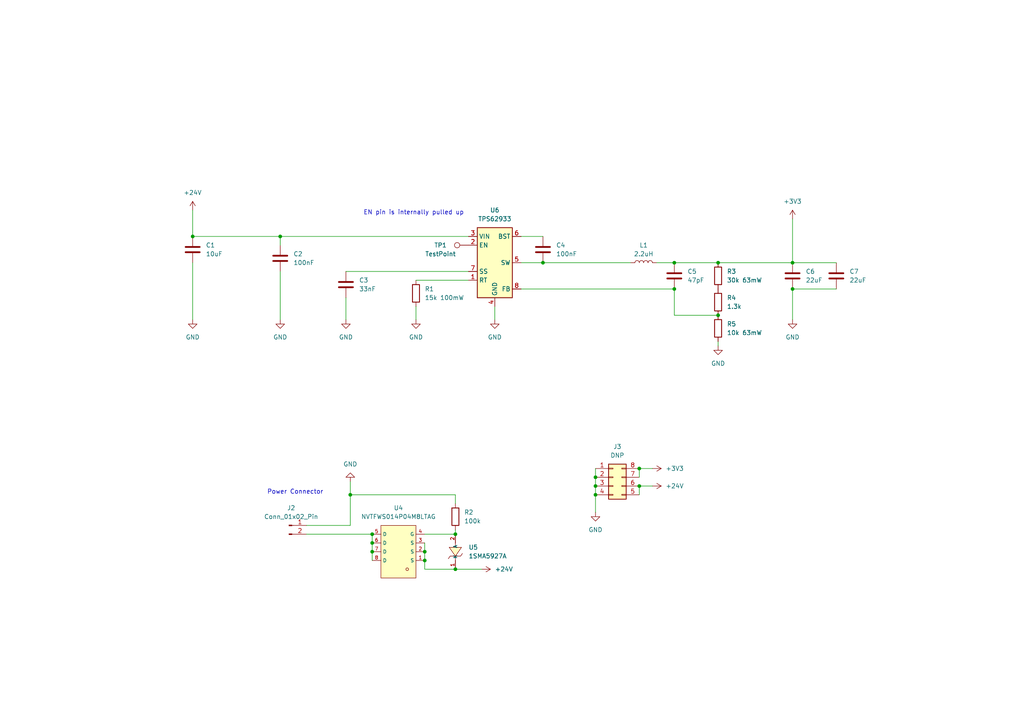
<source format=kicad_sch>
(kicad_sch (version 20231120) (generator "eeschema") (generator_version "8.0")
  (paper "A4")
  (lib_symbols
    (symbol "Connector:TestPoint" (pin_numbers hide) (pin_names (offset 0.762) hide)
      (property "Reference" "TP" (at 0 6.858 0))
      (property "Value" "TestPoint" (at 0 5.08 0))
      (symbol "TestPoint_0_1"
        (circle (center 0 3.302) (radius 0.762))
      )
      (symbol "TestPoint_1_1"
        (pin passive line (at 0 0 90) (length 2.54) (name "1") (number "1"))
      )
    )
    (symbol "Endstufe:+24V" (power) (pin_names (offset 0))
      (property "Value" "+24V" (at 0 3.556 0))
      (symbol "+24V_0_1"
        (polyline (pts (xy -0.762 1.27) (xy 0 2.54)))
        (polyline (pts (xy 0 0) (xy 0 2.54)))
        (polyline (pts (xy 0 2.54) (xy 0.762 1.27)))
      )
      (symbol "+24V_1_1"
        (pin power_in line (at 0 0 90) (length 0) hide (name "+24V") (number "1"))
      )
    )
    (symbol "Endstufe:+3V3" (power) (pin_names (offset 0))
      (property "Value" "+3V3" (at 0 3.556 0))
      (symbol "+3V3_0_1"
        (polyline (pts (xy -0.762 1.27) (xy 0 2.54)))
        (polyline (pts (xy 0 0) (xy 0 2.54)))
        (polyline (pts (xy 0 2.54) (xy 0.762 1.27)))
      )
      (symbol "+3V3_1_1"
        (pin power_in line (at 0 0 90) (length 0) hide (name "+3V3") (number "1"))
      )
    )
    (symbol "Endstufe:1SMA5927A"
      (property "Reference" "U" (at 0 1.27 0))
      (property "Value" "1SMA5927A" (at 0 -2.54 0))
      (symbol "1SMA5927A_0_1"
        (polyline (pts (xy -1.27 0) (xy -2.54 0)))
        (polyline (pts (xy 2.54 0) (xy 1.27 0)))
        (polyline (pts (xy -2.032 2.032) (xy -1.27 1.524) (xy -1.27 -1.524) (xy -0.508 -2.032)))
        (polyline (pts (xy 1.27 1.778) (xy -1.27 0) (xy 1.27 -1.778) (xy 1.27 1.778)) (fill (type background)))
        (pin unspecified line (at -5.08 0 0) (length 2.54) (name "K") (number "1"))
        (pin unspecified line (at 5.08 0 180) (length 2.54) (name "A") (number "2"))
      )
    )
    (symbol "Endstufe:C" (pin_numbers hide) (pin_names (offset 0.254))
      (property "Reference" "C" (at 0.635 2.54 0))
      (property "Value" "C" (at 0.635 -2.54 0))
      (symbol "C_0_1"
        (polyline (pts (xy -2.032 -0.762) (xy 2.032 -0.762)) (stroke (width 0.508)))
        (polyline (pts (xy -2.032 0.762) (xy 2.032 0.762)) (stroke (width 0.508)))
      )
      (symbol "C_1_1"
        (pin passive line (at 0 3.81 270) (length 2.794) (name "~") (number "1"))
        (pin passive line (at 0 -3.81 90) (length 2.794) (name "~") (number "2"))
      )
    )
    (symbol "Endstufe:Conn_01x02_Pin" (pin_names (offset 1.016) hide)
      (property "Reference" "J" (at 0 2.54 0))
      (property "Value" "Conn_01x02_Pin" (at 0 -5.08 0))
      (symbol "Conn_01x02_Pin_1_1"
        (polyline (pts (xy 1.27 -2.54) (xy 0.8636 -2.54)) (stroke (width 0.1524)))
        (polyline (pts (xy 1.27 0) (xy 0.8636 0)) (stroke (width 0.1524)))
        (rectangle (start 0.8636 -2.413) (end 0 -2.667) (stroke (width 0.1524)) (fill (type outline)))
        (rectangle (start 0.8636 0.127) (end 0 -0.127) (stroke (width 0.1524)) (fill (type outline)))
        (pin passive line (at 5.08 0 180) (length 3.81) (name "Pin_1") (number "1"))
        (pin passive line (at 5.08 -2.54 180) (length 3.81) (name "Pin_2") (number "2"))
      )
    )
    (symbol "Endstufe:Conn_02x04_Counter_Clockwise" (pin_names (offset 1.016) hide)
      (property "Reference" "J" (at 1.27 5.08 0))
      (property "Value" "Conn_02x04_Counter_Clockwise" (at 1.27 -7.62 0))
      (symbol "Conn_02x04_Counter_Clockwise_1_1"
        (rectangle (start -1.27 -4.953) (end 0 -5.207) (stroke (width 0.1524)))
        (rectangle (start -1.27 -2.413) (end 0 -2.667) (stroke (width 0.1524)))
        (rectangle (start -1.27 0.127) (end 0 -0.127) (stroke (width 0.1524)))
        (rectangle (start -1.27 2.667) (end 0 2.413) (stroke (width 0.1524)))
        (rectangle (start -1.27 3.81) (end 3.81 -6.35) (stroke (width 0.254)) (fill (type background)))
        (rectangle (start 3.81 -4.953) (end 2.54 -5.207) (stroke (width 0.1524)))
        (rectangle (start 3.81 -2.413) (end 2.54 -2.667) (stroke (width 0.1524)))
        (rectangle (start 3.81 0.127) (end 2.54 -0.127) (stroke (width 0.1524)))
        (rectangle (start 3.81 2.667) (end 2.54 2.413) (stroke (width 0.1524)))
        (pin passive line (at -5.08 2.54 0) (length 3.81) (name "Pin_1") (number "1"))
        (pin passive line (at -5.08 0 0) (length 3.81) (name "Pin_2") (number "2"))
        (pin passive line (at -5.08 -2.54 0) (length 3.81) (name "Pin_3") (number "3"))
        (pin passive line (at -5.08 -5.08 0) (length 3.81) (name "Pin_4") (number "4"))
        (pin passive line (at 7.62 -5.08 180) (length 3.81) (name "Pin_5") (number "5"))
        (pin passive line (at 7.62 -2.54 180) (length 3.81) (name "Pin_6") (number "6"))
        (pin passive line (at 7.62 0 180) (length 3.81) (name "Pin_7") (number "7"))
        (pin passive line (at 7.62 2.54 180) (length 3.81) (name "Pin_8") (number "8"))
      )
    )
    (symbol "Endstufe:GND" (power) (pin_names (offset 0))
      (property "Value" "GND" (at 0 -3.81 0))
      (symbol "GND_0_1"
        (polyline (pts (xy 0 0) (xy 0 -1.27) (xy 1.27 -1.27) (xy 0 -2.54) (xy -1.27 -1.27) (xy 0 -1.27)))
      )
      (symbol "GND_1_1"
        (pin power_in line (at 0 0 270) (length 0) hide (name "GND") (number "1"))
      )
    )
    (symbol "Endstufe:L" (pin_numbers hide) (pin_names (offset 1.016) hide)
      (property "Reference" "L" (at -1.27 0 90))
      (property "Value" "L" (at 1.905 0 90))
      (symbol "L_0_1"
        (arc (start 0 -2.54) (mid 0.6323 -1.905) (end 0 -1.27))
        (arc (start 0 -1.27) (mid 0.6323 -0.635) (end 0 0))
        (arc (start 0 0) (mid 0.6323 0.635) (end 0 1.27))
        (arc (start 0 1.27) (mid 0.6323 1.905) (end 0 2.54))
      )
      (symbol "L_1_1"
        (pin passive line (at 0 3.81 270) (length 1.27) (name "1") (number "1"))
        (pin passive line (at 0 -3.81 90) (length 1.27) (name "2") (number "2"))
      )
    )
    (symbol "Endstufe:NVTFWS014P04M8LTAG"
      (property "Reference" "U" (at 0 1.27 0))
      (property "Value" "NVTFWS014P04M8LTAG" (at 0.254 -9.144 0))
      (symbol "NVTFWS014P04M8LTAG_0_1"
        (rectangle (start -5.08 7.62) (end 5.08 -7.62) (fill (type background)))
        (circle (center -2.54 5.08) (radius 0.381) (fill (type background)))
        (pin unspecified line (at -7.62 2.54 0) (length 2.54) (name "S") (number "1"))
        (pin unspecified line (at -7.62 0 0) (length 2.54) (name "S") (number "2"))
        (pin unspecified line (at -7.62 -2.54 0) (length 2.54) (name "S") (number "3"))
        (pin unspecified line (at -7.62 -5.08 0) (length 2.54) (name "G") (number "4"))
        (pin unspecified line (at 7.62 -5.08 180) (length 2.54) (name "D") (number "5"))
        (pin unspecified line (at 7.62 -2.54 180) (length 2.54) (name "D") (number "6"))
        (pin unspecified line (at 7.62 0 180) (length 2.54) (name "D") (number "7"))
        (pin unspecified line (at 7.62 2.54 180) (length 2.54) (name "D") (number "8"))
      )
    )
    (symbol "Endstufe:R" (pin_numbers hide) (pin_names (offset 0))
      (property "Reference" "R" (at 2.032 0 90))
      (property "Value" "R" (at 0 0 90))
      (symbol "R_0_1"
        (rectangle (start -1.016 -2.54) (end 1.016 2.54) (stroke (width 0.254)))
      )
      (symbol "R_1_1"
        (pin passive line (at 0 3.81 270) (length 1.27) (name "~") (number "1"))
        (pin passive line (at 0 -3.81 90) (length 1.27) (name "~") (number "2"))
      )
    )
    (symbol "Endstufe:TPS62933"
      (property "Reference" "U" (at 0 13.97 0))
      (property "Value" "TPS62933" (at 0 11.43 0))
      (symbol "TPS62933_0_1"
        (rectangle (start -5.08 10.16) (end 5.08 -10.16) (stroke (width 0.254)) (fill (type background)))
      )
      (symbol "TPS62933_1_1"
        (pin passive line (at -7.62 -5.08 0) (length 2.54) (name "RT") (number "1"))
        (pin input line (at -7.62 5.08 0) (length 2.54) (name "EN") (number "2"))
        (pin power_in line (at -7.62 7.62 0) (length 2.54) (name "VIN") (number "3"))
        (pin power_in line (at 0 -12.7 90) (length 2.54) (name "GND") (number "4"))
        (pin output line (at 7.62 0 180) (length 2.54) (name "SW") (number "5"))
        (pin passive line (at 7.62 7.62 180) (length 2.54) (name "BST") (number "6"))
        (pin passive line (at -7.62 -2.54 0) (length 2.54) (name "SS") (number "7"))
        (pin input line (at 7.62 -7.62 180) (length 2.54) (name "FB") (number "8"))
      )
    )
  )
  (junction (at 195.58 83.82))
  (junction (at 185.42 135.89))
  (junction (at 107.95 157.48))
  (junction (at 107.95 154.94))
  (junction (at 132.08 165.1))
  (junction (at 101.6 143.51))
  (junction (at 123.19 160.02))
  (junction (at 172.72 143.51))
  (junction (at 81.28 68.58))
  (junction (at 229.87 76.2))
  (junction (at 132.08 154.94))
  (junction (at 229.87 83.82))
  (junction (at 208.28 91.44))
  (junction (at 185.42 140.97))
  (junction (at 123.19 162.56))
  (junction (at 195.58 76.2))
  (junction (at 55.88 68.58))
  (junction (at 107.95 160.02))
  (junction (at 172.72 138.43))
  (junction (at 172.72 140.97))
  (junction (at 157.48 76.2))
  (junction (at 208.28 76.2))
  (wire (pts (xy 182.88 76.2) (xy 157.48 76.2)))
  (wire (pts (xy 101.6 143.51) (xy 101.6 139.7)))
  (wire (pts (xy 55.88 68.58) (xy 81.28 68.58)))
  (wire (pts (xy 172.72 138.43) (xy 172.72 140.97)))
  (wire (pts (xy 189.23 140.97) (xy 185.42 140.97)))
  (wire (pts (xy 132.08 146.05) (xy 132.08 143.51)))
  (wire (pts (xy 229.87 92.71) (xy 229.87 83.82)))
  (wire (pts (xy 185.42 140.97) (xy 185.42 143.51)))
  (wire (pts (xy 101.6 152.4) (xy 101.6 143.51)))
  (wire (pts (xy 107.95 160.02) (xy 107.95 162.56)))
  (wire (pts (xy 229.87 63.5) (xy 229.87 76.2)))
  (wire (pts (xy 107.95 154.94) (xy 107.95 157.48)))
  (wire (pts (xy 123.19 157.48) (xy 123.19 160.02)))
  (wire (pts (xy 123.19 160.02) (xy 123.19 162.56)))
  (wire (pts (xy 123.19 154.94) (xy 132.08 154.94)))
  (wire (pts (xy 132.08 165.1) (xy 123.19 165.1)))
  (wire (pts (xy 195.58 91.44) (xy 208.28 91.44)))
  (wire (pts (xy 100.33 78.74) (xy 135.89 78.74)))
  (wire (pts (xy 143.51 92.71) (xy 143.51 88.9)))
  (wire (pts (xy 208.28 100.33) (xy 208.28 99.06)))
  (wire (pts (xy 172.72 143.51) (xy 172.72 148.59)))
  (wire (pts (xy 139.7 165.1) (xy 132.08 165.1)))
  (wire (pts (xy 229.87 83.82) (xy 242.57 83.82)))
  (wire (pts (xy 132.08 153.67) (xy 132.08 154.94)))
  (wire (pts (xy 172.72 140.97) (xy 172.72 143.51)))
  (wire (pts (xy 123.19 165.1) (xy 123.19 162.56)))
  (wire (pts (xy 157.48 68.58) (xy 151.13 68.58)))
  (wire (pts (xy 229.87 76.2) (xy 242.57 76.2)))
  (wire (pts (xy 172.72 135.89) (xy 172.72 138.43)))
  (wire (pts (xy 185.42 135.89) (xy 185.42 138.43)))
  (wire (pts (xy 120.65 92.71) (xy 120.65 88.9)))
  (wire (pts (xy 189.23 135.89) (xy 185.42 135.89)))
  (wire (pts (xy 88.9 154.94) (xy 107.95 154.94)))
  (wire (pts (xy 100.33 92.71) (xy 100.33 86.36)))
  (wire (pts (xy 55.88 92.71) (xy 55.88 76.2)))
  (wire (pts (xy 157.48 76.2) (xy 151.13 76.2)))
  (wire (pts (xy 81.28 68.58) (xy 81.28 71.12)))
  (wire (pts (xy 195.58 76.2) (xy 208.28 76.2)))
  (wire (pts (xy 107.95 157.48) (xy 107.95 160.02)))
  (wire (pts (xy 195.58 91.44) (xy 195.58 83.82)))
  (wire (pts (xy 81.28 68.58) (xy 135.89 68.58)))
  (wire (pts (xy 208.28 76.2) (xy 229.87 76.2)))
  (wire (pts (xy 81.28 92.71) (xy 81.28 78.74)))
  (wire (pts (xy 55.88 60.96) (xy 55.88 68.58)))
  (wire (pts (xy 88.9 152.4) (xy 101.6 152.4)))
  (wire (pts (xy 195.58 76.2) (xy 190.5 76.2)))
  (wire (pts (xy 120.65 81.28) (xy 135.89 81.28)))
  (wire (pts (xy 151.13 83.82) (xy 195.58 83.82)))
  (wire (pts (xy 132.08 143.51) (xy 101.6 143.51)))
  (text "Power Connector" (at 77.47 143.51 0) (effects (font (size 1.27 1.27)) (justify left bottom)))
  (text "EN pin is internally pulled up" (at 105.41 62.484 0) (effects (font (size 1.27 1.27)) (justify left bottom)))
  (symbol (lib_id "Endstufe:GND") (at 81.28 92.71 0) (unit 1)
    (property "Reference" "#PWR07" (effects (hide yes)))
    (property "Value" "GND" (at 81.28 97.79 0))
  )
  (symbol (lib_id "Endstufe:R") (at 208.28 95.25 0) (unit 1)
    (property "Reference" "R5" (at 210.82 93.98 0) (effects (justify left)))
    (property "Value" "10k 63mW" (at 210.82 96.52 0) (effects (justify left)))
    (property "Footprint" "Endstufe:R_0402_1005Metric" (effects (hide yes)))
    (property "LCSC Part #" "C25744" (effects (hide yes)))
  )
  (symbol (lib_id "Endstufe:Conn_02x04_Counter_Clockwise") (at 177.8 138.43 0) (unit 1)
    (property "Reference" "J3" (at 179.07 129.54 0))
    (property "Value" "DNP" (at 179.07 132.08 0))
    (property "Footprint" "Endstufe:PinHeader_2x04_P2.54mm_Vertical" (effects (hide yes)))
    (property "LCSC Part #" "-" (effects (hide yes)))
  )
  (symbol (lib_id "Endstufe:GND") (at 100.33 92.71 0) (unit 1)
    (property "Reference" "#PWR08" (effects (hide yes)))
    (property "Value" "GND" (at 100.33 97.79 0))
  )
  (symbol (lib_id "Endstufe:C") (at 81.28 74.93 0) (unit 1)
    (property "Reference" "C2" (at 85.09 73.66 0) (effects (justify left)))
    (property "Value" "100nF" (at 85.09 76.2 0) (effects (justify left)))
    (property "Footprint" "Endstufe:C_0402_1005Metric" (effects (hide yes)))
    (property "LCSC Part #" "C307331" (effects (hide yes)))
  )
  (symbol (lib_id "Endstufe:Conn_01x02_Pin") (at 83.82 152.4 0) (unit 1)
    (property "Reference" "J2" (at 84.455 147.32 0))
    (property "Value" "Conn_01x02_Pin" (at 84.455 149.86 0))
    (property "Footprint" "Endstufe:Molex_Sabre_43160-1102_1x02_P7.49mm_Horizontal" (effects (hide yes)))
    (property "LCSC Part #" "-" (effects (hide yes)))
  )
  (symbol (lib_id "Endstufe:GND") (at 229.87 92.71 0) (unit 1)
    (property "Reference" "#PWR018" (effects (hide yes)))
    (property "Value" "GND" (at 229.87 97.79 0))
  )
  (symbol (lib_id "Endstufe:GND") (at 101.6 139.7 180) (unit 1)
    (property "Reference" "#PWR09" (effects (hide yes)))
    (property "Value" "GND" (at 101.6 134.62 0))
  )
  (symbol (lib_id "Endstufe:C") (at 55.88 72.39 0) (unit 1)
    (property "Reference" "C1" (at 59.69 71.12 0) (effects (justify left)))
    (property "Value" "10uF" (at 59.69 73.66 0) (effects (justify left)))
    (property "Footprint" "Endstufe:C_0805_2012Metric" (effects (hide yes)))
    (property "LCSC Part #" "C440198" (effects (hide yes)))
  )
  (symbol (lib_id "Endstufe:GND") (at 208.28 100.33 0) (unit 1)
    (property "Reference" "#PWR016" (effects (hide yes)))
    (property "Value" "GND" (at 208.28 105.41 0))
  )
  (symbol (lib_id "Endstufe:R") (at 208.28 80.01 0) (unit 1)
    (property "Reference" "R3" (at 210.82 78.74 0) (effects (justify left)))
    (property "Value" "30k 63mW" (at 210.82 81.28 0) (effects (justify left)))
    (property "Footprint" "Endstufe:R_0402_1005Metric" (effects (hide yes)))
    (property "LCSC Part #" "C2961363" (effects (hide yes)))
  )
  (symbol (lib_id "Endstufe:C") (at 157.48 72.39 0) (unit 1)
    (property "Reference" "C4" (at 161.29 71.12 0) (effects (justify left)))
    (property "Value" "100nF" (at 161.29 73.66 0) (effects (justify left)))
    (property "Footprint" "Endstufe:C_0402_1005Metric" (effects (hide yes)))
    (property "LCSC Part #" "C307331" (effects (hide yes)))
  )
  (symbol (lib_id "Endstufe:C") (at 242.57 80.01 0) (unit 1)
    (property "Reference" "C7" (at 246.38 78.74 0) (effects (justify left)))
    (property "Value" "22uF" (at 246.38 81.28 0) (effects (justify left)))
    (property "Footprint" "Endstufe:C_0603_1608Metric" (effects (hide yes)))
    (property "LCSC Part #" "C59461" (effects (hide yes)))
  )
  (symbol (lib_id "Endstufe:GND") (at 55.88 92.71 0) (unit 1)
    (property "Reference" "#PWR06" (effects (hide yes)))
    (property "Value" "GND" (at 55.88 97.79 0))
  )
  (symbol (lib_id "Endstufe:C") (at 229.87 80.01 0) (unit 1)
    (property "Reference" "C6" (at 233.68 78.74 0) (effects (justify left)))
    (property "Value" "22uF" (at 233.68 81.28 0) (effects (justify left)))
    (property "Footprint" "Endstufe:C_0603_1608Metric" (effects (hide yes)))
    (property "LCSC Part #" "C59461" (effects (hide yes)))
  )
  (symbol (lib_id "Endstufe:+24V") (at 139.7 165.1 270) (unit 1)
    (property "Reference" "#PWR011" (effects (hide yes)))
    (property "Value" "+24V" (at 143.51 165.0999 90) (effects (justify left)))
  )
  (symbol (lib_id "Endstufe:+3V3") (at 229.87 63.5 0) (unit 1)
    (property "Reference" "#PWR017" (effects (hide yes)))
    (property "Value" "+3V3" (at 229.87 58.42 0))
  )
  (symbol (lib_id "Endstufe:C") (at 100.33 82.55 0) (unit 1)
    (property "Reference" "C3" (at 104.14 81.28 0) (effects (justify left)))
    (property "Value" "33nF" (at 104.14 83.82 0) (effects (justify left)))
    (property "Footprint" "Endstufe:C_0402_1005Metric" (effects (hide yes)))
    (property "LCSC Part #" "C106862" (effects (hide yes)))
  )
  (symbol (lib_id "Connector:TestPoint") (at 135.89 71.12 90) (unit 1)
    (property "Reference" "TP1" (at 127.762 71.12 90))
    (property "Value" "TestPoint" (at 127.762 73.66 90))
    (property "Description" "test point" (effects (hide yes)))
  )
  (symbol (lib_id "Endstufe:GND") (at 143.51 92.71 0) (unit 1)
    (property "Reference" "#PWR012" (effects (hide yes)))
    (property "Value" "GND" (at 143.51 97.79 0))
  )
  (symbol (lib_id "Endstufe:+3V3") (at 189.23 135.89 270) (unit 1)
    (property "Reference" "#PWR014" (effects (hide yes)))
    (property "Value" "+3V3" (at 193.04 135.89 90) (effects (justify left)))
  )
  (symbol (lib_id "Endstufe:R") (at 208.28 87.63 0) (unit 1)
    (property "Reference" "R4" (at 210.82 86.36 0) (effects (justify left)))
    (property "Value" "1.3k" (at 210.82 88.9 0) (effects (justify left)))
    (property "Footprint" "Endstufe:R_0402_1005Metric" (effects (hide yes)))
    (property "LCSC Part #" "C445599" (effects (hide yes)))
  )
  (symbol (lib_id "Endstufe:NVTFWS014P04M8LTAG") (at 115.57 160.02 180) (unit 1)
    (property "Reference" "U4" (at 115.57 147.32 0))
    (property "Value" "NVTFWS014P04M8LTAG" (at 115.57 149.86 0))
    (property "Footprint" "Endstufe:POWERPAK-1212-8_L3.1-W3.1-P0.65-LS3.3-BL-SIS402DN-T1-GE3" (effects (hide yes)))
    (property "Datasheet" "https://atta.szlcsc.com/upload/public/pdf/source/20130809/1457706634054.pdf" (effects (hide yes)))
    (property "LCSC" "C900554" (effects (hide yes)))
  )
  (symbol (lib_id "Endstufe:R") (at 132.08 149.86 180) (unit 1)
    (property "Reference" "R2" (at 134.62 148.5899 0) (effects (justify right)))
    (property "Value" "100k" (at 134.62 151.1299 0) (effects (justify right)))
    (property "Footprint" "Endstufe:C_0603_1608Metric" (effects (hide yes)))
    (property "Description" "Resistor" (effects (hide yes)))
    (property "LCSC" "C25803" (effects (hide yes)))
  )
  (symbol (lib_id "Endstufe:C") (at 195.58 80.01 0) (unit 1)
    (property "Reference" "C5" (at 199.39 78.74 0) (effects (justify left)))
    (property "Value" "47pF" (at 199.39 81.28 0) (effects (justify left)))
    (property "Footprint" "Endstufe:C_0402_1005Metric" (effects (hide yes)))
    (property "LCSC Part #" "C1567" (effects (hide yes)))
  )
  (symbol (lib_id "Endstufe:GND") (at 120.65 92.71 0) (unit 1)
    (property "Reference" "#PWR010" (effects (hide yes)))
    (property "Value" "GND" (at 120.65 97.79 0))
  )
  (symbol (lib_id "Endstufe:L") (at 186.69 76.2 90) (unit 1)
    (property "Reference" "L1" (at 186.69 71.12 90))
    (property "Value" "2.2uH" (at 186.69 73.66 90))
    (property "Footprint" "Endstufe:L2520" (effects (hide yes)))
    (property "LCSC Part #" "C280577" (effects (hide yes)))
  )
  (symbol (lib_id "Endstufe:1SMA5927A") (at 132.08 160.02 90) (unit 1)
    (property "Reference" "U5" (at 135.89 158.7499 90) (effects (justify right)))
    (property "Value" "1SMA5927A" (at 135.89 161.2899 90) (effects (justify right)))
    (property "Footprint" "Endstufe:SMA_L4.3-W2.6-LS5.0-RD" (effects (hide yes)))
    (property "Datasheet" "https://item.szlcsc.com/543768.html" (effects (hide yes)))
    (property "LCSC" "C19077489" (effects (hide yes)))
  )
  (symbol (lib_id "Endstufe:GND") (at 172.72 148.59 0) (unit 1)
    (property "Reference" "#PWR013" (effects (hide yes)))
    (property "Value" "GND" (at 172.72 153.67 0))
  )
  (symbol (lib_id "Endstufe:+24V") (at 55.88 60.96 0) (unit 1)
    (property "Reference" "#PWR05" (effects (hide yes)))
    (property "Value" "+24V" (at 55.88 55.88 0))
  )
  (symbol (lib_id "Endstufe:R") (at 120.65 85.09 0) (unit 1)
    (property "Reference" "R1" (at 123.19 83.82 0) (effects (justify left)))
    (property "Value" "15k 100mW" (at 123.19 86.36 0) (effects (justify left)))
    (property "Footprint" "Endstufe:R_0402_1005Metric" (effects (hide yes)))
    (property "LCSC Part #" "C413097" (effects (hide yes)))
  )
  (symbol (lib_id "Endstufe:+24V") (at 189.23 140.97 270) (unit 1)
    (property "Reference" "#PWR015" (effects (hide yes)))
    (property "Value" "+24V" (at 193.04 140.97 90) (effects (justify left)))
  )
  (symbol (lib_id "Endstufe:TPS62933") (at 143.51 76.2 0) (unit 1)
    (property "Reference" "U6" (at 143.51 60.96 0))
    (property "Value" "TPS62933" (at 143.51 63.5 0))
    (property "Footprint" "Endstufe:SOT-583-8_L2.1-W1.2-P0.50-LS1.6-BR" (effects (hide yes)))
    (property "Datasheet" "https://www.ti.com/lit/ds/symlink/tps62933.pdf" (effects (hide yes)))
    (property "LCSC Part #" "C3200405" (effects (hide yes)))
  )
)
</source>
